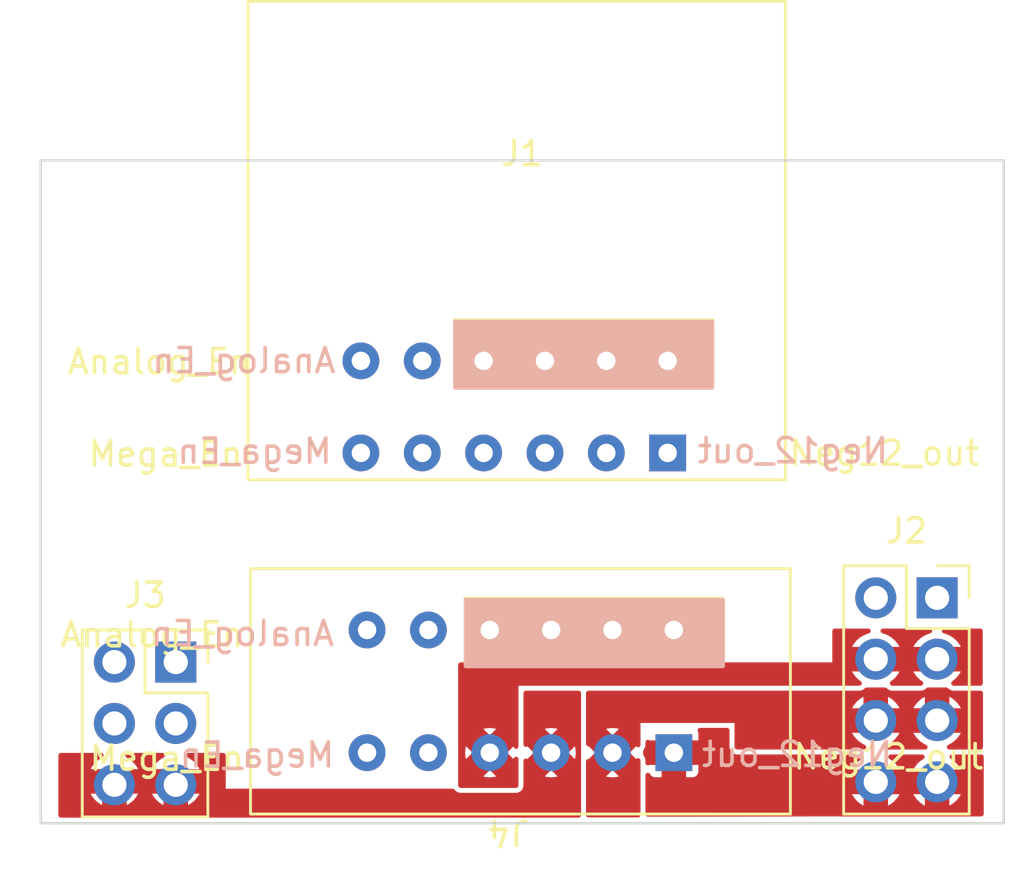
<source format=kicad_pcb>
(kicad_pcb (version 20211014) (generator pcbnew)
  (layers (0 "F.Cu" signal) (31 "B.Cu" signal) (34 "B.Paste" user) (35 "F.Paste" user) (36 "B.SilkS" user "B.Silkscreen") (37 "F.SilkS" user "F.Silkscreen") (38 "B.Mask" user) (39 "F.Mask" user) (44 "Edge.Cuts" user))
  (net 0 "")
  (net 1 "/Neg12_Out")
  (net 2 "/GND")
  (net 3 "/Pos12_Out")
  (net 4 "/stb_5v")
  (net 5 "/mega_5v")
  (net 8 "/Mega_En")
  (net 9 "/Analog_En")
  (footprint "Connector_PinSocket_2.54mm:PinSocket_2x04_P2.54mm_Vertical" (layer "F.Cu") (at 163.83 119.81)
    (fp_text reference "J2" (at -1.27 -2.77) (layer "F.SilkS"))
    (fp_text value "Rev2 Header")
    (fp_line (start -1.27 -1.33) (end -1.27 1.27) (layer "F.SilkS") (width 0.12))
    (fp_line (start -3.87 -1.33) (end -1.27 -1.33) (layer "F.SilkS") (width 0.12))
    (fp_line (start -1.27 1.27) (end 1.33 1.27) (layer "F.SilkS") (width 0.12))
    (fp_line (start -3.87 8.95) (end 1.33 8.95) (layer "F.SilkS") (width 0.12))
    (fp_line (start 0 -1.33) (end 1.33 -1.33) (layer "F.SilkS") (width 0.12))
    (fp_line (start 1.33 -1.33) (end 1.33 0) (layer "F.SilkS") (width 0.12))
    (fp_line (start -3.87 -1.33) (end -3.87 8.95) (layer "F.SilkS") (width 0.12))
    (fp_line (start 1.33 1.27) (end 1.33 8.95) (layer "F.SilkS") (width 0.12))
    (pad "1" thru_hole rect (at 0 0) (size 1.7 1.7) (drill 1) (layers *.Cu *.Mask) (net 2 "/GND"))
    (pad "2" thru_hole oval (at -2.54 0) (size 1.7 1.7) (drill 1) (layers *.Cu *.Mask) (net 2 "/GND"))
    (pad "3" thru_hole oval (at 0 2.54) (size 1.7 1.7) (drill 1) (layers *.Cu *.Mask) (net 5 "/mega_5v"))
    (pad "4" thru_hole oval (at -2.54 2.54) (size 1.7 1.7) (drill 1) (layers *.Cu *.Mask) (net 5 "/mega_5v"))
    (pad "5" thru_hole oval (at 0 5.08) (size 1.7 1.7) (drill 1) (layers *.Cu *.Mask) (net 3 "/Pos12_Out"))
    (pad "6" thru_hole oval (at -2.54 5.08) (size 1.7 1.7) (drill 1) (layers *.Cu *.Mask) (net 3 "/Pos12_Out"))
    (pad "7" thru_hole oval (at 0 7.62) (size 1.7 1.7) (drill 1) (layers *.Cu *.Mask) (net 1 "/Neg12_Out"))
    (pad "8" thru_hole oval (at -2.54 7.62) (size 1.7 1.7) (drill 1) (layers *.Cu *.Mask) (net 1 "/Neg12_Out"))
  )
  (footprint "Connector_PinSocket_2.54mm:PinSocket_2x03_P2.54mm_Vertical" (layer "F.Cu") (at 132.31 122.47)
    (fp_text reference "J3" (at -1.27 -2.77) (layer "F.SilkS"))
    (fp_text value "RP2040 Header")
    (fp_line (start -3.87 -1.33) (end -1.27 -1.33) (layer "F.SilkS") (width 0.12))
    (fp_line (start 0 -1.33) (end 1.33 -1.33) (layer "F.SilkS") (width 0.12))
    (fp_line (start 1.33 1.27) (end 1.33 6.41) (layer "F.SilkS") (width 0.12))
    (fp_line (start -1.27 -1.33) (end -1.27 1.27) (layer "F.SilkS") (width 0.12))
    (fp_line (start -1.27 1.27) (end 1.33 1.27) (layer "F.SilkS") (width 0.12))
    (fp_line (start -3.87 6.41) (end 1.33 6.41) (layer "F.SilkS") (width 0.12))
    (fp_line (start -3.87 -1.33) (end -3.87 6.41) (layer "F.SilkS") (width 0.12))
    (fp_line (start 1.33 -1.33) (end 1.33 0) (layer "F.SilkS") (width 0.12))
    (pad "1" thru_hole rect (at 0 0) (size 1.7 1.7) (drill 1) (layers *.Cu *.Mask) (net 2 "/GND"))
    (pad "2" thru_hole oval (at -2.54 0) (size 1.7 1.7) (drill 1) (layers *.Cu *.Mask) (net 2 "/GND"))
    (pad "3" thru_hole oval (at 0 2.54) (size 1.7 1.7) (drill 1) (layers *.Cu *.Mask) (net 4 "/stb_5v"))
    (pad "4" thru_hole oval (at -2.54 2.54) (size 1.7 1.7) (drill 1) (layers *.Cu *.Mask) (net 4 "/stb_5v"))
    (pad "5" thru_hole oval (at 0 5.08) (size 1.7 1.7) (drill 1) (layers *.Cu *.Mask) (net 8 "/Mega_En"))
    (pad "6" thru_hole oval (at -2.54 5.08) (size 1.7 1.7) (drill 1) (layers *.Cu *.Mask) (net 9 "/Analog_En"))
  )
  (footprint "My Libraries:Sullins-EBC06DCWN-Edge Socket 12 pos (6x2)" (layer "F.Cu") (at 146.58 123.68 180)
    (fp_text reference "J4" (at 0.508 -5.842 180 unlocked) (layer "F.SilkS"))
    (fp_text value "Straight")
    (fp_rect (start -11.176 -5.08) (end 11.176 5.08) (layer "F.SilkS") (width 0.12) (fill none))
    (pad "1" thru_hole rect (at -6.35 -2.54 180) (size 1.524 1.524) (drill 0.762) (layers *.Cu *.Mask) (net 1 "/Neg12_Out"))
    (pad "2" thru_hole circle (at -6.35 2.54 180) (size 1.524 1.524) (drill 0.762) (layers *.Cu *.Mask) (net 2 "/GND"))
    (pad "3" thru_hole circle (at -3.81 -2.54 180) (size 1.524 1.524) (drill 0.762) (layers *.Cu *.Mask) (net 3 "/Pos12_Out"))
    (pad "4" thru_hole circle (at -3.81 2.54 180) (size 1.524 1.524) (drill 0.762) (layers *.Cu *.Mask) (net 2 "/GND"))
    (pad "5" thru_hole circle (at -1.27 -2.54 180) (size 1.524 1.524) (drill 0.762) (layers *.Cu *.Mask) (net 4 "/stb_5v"))
    (pad "6" thru_hole circle (at -1.27 2.54 180) (size 1.524 1.524) (drill 0.762) (layers *.Cu *.Mask) (net 2 "/GND"))
    (pad "7" thru_hole circle (at 1.27 -2.54 180) (size 1.524 1.524) (drill 0.762) (layers *.Cu *.Mask) (net 5 "/mega_5v"))
    (pad "8" thru_hole circle (at 1.27 2.54 180) (size 1.524 1.524) (drill 0.762) (layers *.Cu *.Mask) (net 2 "/GND"))
    (pad "9" thru_hole circle (at 3.81 -2.54 180) (size 1.524 1.524) (drill 0.762) (layers *.Cu *.Mask))
    (pad "10" thru_hole circle (at 3.81 2.54 180) (size 1.524 1.524) (drill 0.762) (layers *.Cu *.Mask))
    (pad "11" thru_hole circle (at 6.35 -2.54 180) (size 1.524 1.524) (drill 0.762) (layers *.Cu *.Mask) (net 8 "/Mega_En"))
    (pad "12" thru_hole circle (at 6.35 2.54 180) (size 1.524 1.524) (drill 0.762) (layers *.Cu *.Mask) (net 9 "/Analog_En"))
  )
  (footprint "My Libraries:TE 5650118-3 Right Angle 12 Pos Socket" (layer "F.Cu") (at 146.45 104.76)
    (fp_text reference "J1" (at 0.2 -3.34 unlocked) (layer "F.SilkS"))
    (fp_text value "Right Angle")
    (fp_rect (start 11.1 -9.64) (end -11.15 10.16) (layer "F.SilkS") (width 0.12) (fill none))
    (pad "1" thru_hole rect (at 6.225 9.05 180) (size 1.524 1.524) (drill 0.762) (layers *.Cu *.Mask) (net 1 "/Neg12_Out"))
    (pad "2" thru_hole circle (at 6.225 5.24 180) (size 1.524 1.524) (drill 0.762) (layers *.Cu *.Mask) (net 2 "/GND"))
    (pad "3" thru_hole circle (at 3.685 9.05 180) (size 1.524 1.524) (drill 0.762) (layers *.Cu *.Mask) (net 3 "/Pos12_Out"))
    (pad "4" thru_hole circle (at 3.685 5.24 180) (size 1.524 1.524) (drill 0.762) (layers *.Cu *.Mask) (net 2 "/GND"))
    (pad "5" thru_hole circle (at 1.145 9.05 180) (size 1.524 1.524) (drill 0.762) (layers *.Cu *.Mask) (net 4 "/stb_5v"))
    (pad "6" thru_hole circle (at 1.145 5.24 180) (size 1.524 1.524) (drill 0.762) (layers *.Cu *.Mask) (net 2 "/GND"))
    (pad "7" thru_hole circle (at -1.395 9.05 180) (size 1.524 1.524) (drill 0.762) (layers *.Cu *.Mask) (net 5 "/mega_5v"))
    (pad "8" thru_hole circle (at -1.395 5.24 180) (size 1.524 1.524) (drill 0.762) (layers *.Cu *.Mask) (net 2 "/GND"))
    (pad "9" thru_hole circle (at -3.935 9.05 180) (size 1.524 1.524) (drill 0.762) (layers *.Cu *.Mask))
    (pad "10" thru_hole circle (at -3.935 5.24 180) (size 1.524 1.524) (drill 0.762) (layers *.Cu *.Mask))
    (pad "11" thru_hole circle (at -6.475 9.05 180) (size 1.524 1.524) (drill 0.762) (layers *.Cu *.Mask) (net 8 "/Mega_En"))
    (pad "12" thru_hole circle (at -6.475 5.24 180) (size 1.524 1.524) (drill 0.762) (layers *.Cu *.Mask) (net 9 "/Analog_En"))
  )
  (gr_rect (start 154.53 108.36) (end 143.87 111.12) (layer "B.SilkS") (width 0.15) (fill solid))
  (gr_rect (start 154.97 119.89) (end 144.31 122.65) (layer "B.SilkS") (width 0.15) (fill solid))
  (gr_rect (start 144.31 119.84) (end 154.97 122.6) (layer "F.SilkS") (width 0.15) (fill solid))
  (gr_rect (start 143.87 108.31) (end 154.53 111.07) (layer "F.SilkS") (width 0.15) (fill solid))
  (gr_rect (start 166.59 101.7) (end 126.72 129.14) (layer "Edge.Cuts") (width 0.1) (fill none))
  (gr_text "Neg12_out" (at 158.03 126.29) (layer "B.SilkS") (effects (font (size 1 1)) (justify mirror)))
  (gr_text "Mega_En" (at 135.57 113.74) (layer "B.SilkS") (effects (font (size 1 1)) (justify mirror)))
  (gr_text "Analog_En" (at 135.13 109.99) (layer "B.SilkS") (effects (font (size 1 1)) (justify mirror)))
  (gr_text "Neg12_out" (at 157.86 113.72) (layer "B.SilkS") (effects (font (size 1 1)) (justify mirror)))
  (gr_text "Analog_En" (at 135.07 121.29) (layer "B.SilkS") (effects (font (size 1 1)) (justify mirror)))
  (gr_text "Mega_En" (at 135.67 126.32) (layer "B.SilkS") (effects (font (size 1 1)) (justify mirror)))
  (gr_text "Analog_En" (at 131.33 121.34) (layer "F.SilkS") (effects (font (size 1 1))))
  (gr_text "Neg12_out" (at 161.81 126.39) (layer "F.SilkS") (effects (font (size 1 1))))
  (gr_text "Mega_En" (at 131.94 126.45) (layer "F.SilkS") (effects (font (size 1 1))))
  (gr_text "Mega_En" (at 131.89 113.86) (layer "F.SilkS") (effects (font (size 1 1))))
  (gr_text "Neg12_out" (at 161.64 113.82) (layer "F.SilkS") (effects (font (size 1 1))))
  (gr_text "Analog_En" (at 131.63 110.04) (layer "F.SilkS") (effects (font (size 1 1))))
  (zone (net 1) (net_name "/Neg12_Out") (layer "F.Cu") (priority 1) (connect_pads (clearance 0.2032)) (min_thickness 0.2032) (fill yes (thermal_gap 0.254) (thermal_bridge_width 1.016))
    (polygon (pts (xy 155.37 126.19) (xy 165.76 126.19) (xy 165.76 128.86) (xy 158.68 128.86) (xy 151.65 128.87) (xy 151.66 127.94) (xy 151.66 125.08) (xy 155.37 125.08)))
  )
  (zone (net 4) (net_name "/stb_5v") (layer "F.Cu") (priority 3) (connect_pads (clearance 0.2032)) (min_thickness 0.2032) (fill yes (thermal_gap 0.254) (thermal_bridge_width 1.016))
    (polygon (pts (xy 149.09 128.91) (xy 127.45 128.91) (xy 127.45 126.23) (xy 134.38 126.23) (xy 134.38 127.71) (xy 146.53 127.71) (xy 146.53 123.53) (xy 149.09 123.53)))
  )
  (zone (net 3) (net_name "/Pos12_Out") (layer "F.Cu") (priority 2) (connect_pads (clearance 0.2032)) (min_thickness 0.2032) (fill yes (thermal_gap 0.254) (thermal_bridge_width 1.016))
    (polygon (pts (xy 165.73 126.09) (xy 155.44 126.09) (xy 155.44 124.99) (xy 151.55 124.99) (xy 151.55 128.9) (xy 149.21 128.9) (xy 149.21 123.52) (xy 165.73 123.52)))
  )
  (zone (net 5) (net_name "/mega_5v") (layer "F.Cu") (priority 4) (connect_pads (clearance 0.2032)) (min_thickness 0.2032) (fill yes (thermal_gap 0.254) (thermal_bridge_width 1.016))
    (polygon (pts (xy 165.72 123.45) (xy 146.5 123.45) (xy 146.5 127.68) (xy 144 127.68) (xy 144 122.48) (xy 159.49 122.48) (xy 159.49 121.08) (xy 165.72 121.08)))
  )
)
</source>
